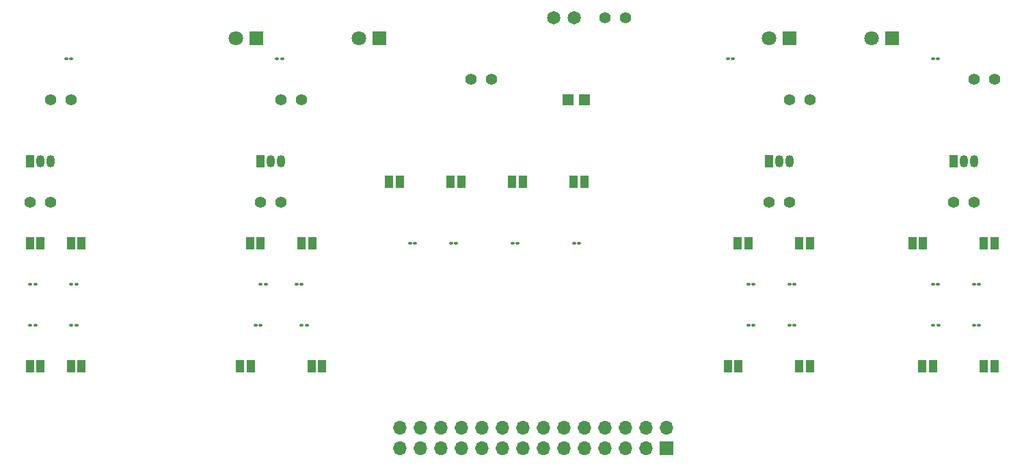
<source format=gbr>
%TF.GenerationSoftware,KiCad,Pcbnew,7.0.10*%
%TF.CreationDate,2024-03-24T23:27:10+02:00*%
%TF.ProjectId,Sensing_Subsystem_Group_8,53656e73-696e-4675-9f53-756273797374,rev?*%
%TF.SameCoordinates,Original*%
%TF.FileFunction,Soldermask,Top*%
%TF.FilePolarity,Negative*%
%FSLAX46Y46*%
G04 Gerber Fmt 4.6, Leading zero omitted, Abs format (unit mm)*
G04 Created by KiCad (PCBNEW 7.0.10) date 2024-03-24 23:27:10*
%MOMM*%
%LPD*%
G01*
G04 APERTURE LIST*
G04 Aperture macros list*
%AMRoundRect*
0 Rectangle with rounded corners*
0 $1 Rounding radius*
0 $2 $3 $4 $5 $6 $7 $8 $9 X,Y pos of 4 corners*
0 Add a 4 corners polygon primitive as box body*
4,1,4,$2,$3,$4,$5,$6,$7,$8,$9,$2,$3,0*
0 Add four circle primitives for the rounded corners*
1,1,$1+$1,$2,$3*
1,1,$1+$1,$4,$5*
1,1,$1+$1,$6,$7*
1,1,$1+$1,$8,$9*
0 Add four rect primitives between the rounded corners*
20,1,$1+$1,$2,$3,$4,$5,0*
20,1,$1+$1,$4,$5,$6,$7,0*
20,1,$1+$1,$6,$7,$8,$9,0*
20,1,$1+$1,$8,$9,$2,$3,0*%
G04 Aperture macros list end*
%ADD10C,1.651003*%
%ADD11R,1.410008X1.350013*%
%ADD12C,1.400000*%
%ADD13RoundRect,0.100000X-0.130000X-0.100000X0.130000X-0.100000X0.130000X0.100000X-0.130000X0.100000X0*%
%ADD14R,1.050000X1.500000*%
%ADD15O,1.050000X1.500000*%
%ADD16R,1.000000X1.500000*%
%ADD17R,1.800000X1.800000*%
%ADD18C,1.800000*%
%ADD19RoundRect,0.100000X0.130000X0.100000X-0.130000X0.100000X-0.130000X-0.100000X0.130000X-0.100000X0*%
%ADD20R,1.700000X1.700000*%
%ADD21O,1.700000X1.700000*%
G04 APERTURE END LIST*
D10*
%TO.C,LED1*%
X151130003Y-78740000D03*
X148589997Y-78740000D03*
%TD*%
D11*
%TO.C,C1*%
X150400000Y-88900000D03*
X152400000Y-88900000D03*
%TD*%
D12*
%TO.C,TP10*%
X154940000Y-78740000D03*
X157480000Y-78740000D03*
%TD*%
%TO.C,TP9*%
X200660000Y-86360000D03*
X203200000Y-86360000D03*
%TD*%
%TO.C,TP8*%
X198120000Y-101600000D03*
X200660000Y-101600000D03*
%TD*%
D13*
%TO.C,R28*%
X195580000Y-83820000D03*
X196220000Y-83820000D03*
%TD*%
%TO.C,R27*%
X200660000Y-111760000D03*
X201300000Y-111760000D03*
%TD*%
%TO.C,R26*%
X195580000Y-111760000D03*
X196220000Y-111760000D03*
%TD*%
%TO.C,R25*%
X200660000Y-116840000D03*
X201300000Y-116840000D03*
%TD*%
%TO.C,R24*%
X195605000Y-116840000D03*
X196245000Y-116840000D03*
%TD*%
D14*
%TO.C,Q5*%
X198120000Y-96520000D03*
D15*
X199390000Y-96520000D03*
X200660000Y-96520000D03*
%TD*%
D16*
%TO.C,JP21*%
X201900000Y-106680000D03*
X203200000Y-106680000D03*
%TD*%
%TO.C,JP20*%
X193040000Y-106680000D03*
X194340000Y-106680000D03*
%TD*%
%TO.C,JP19*%
X201900000Y-121920000D03*
X203200000Y-121920000D03*
%TD*%
%TO.C,JP18*%
X194280000Y-121920000D03*
X195580000Y-121920000D03*
%TD*%
D17*
%TO.C,D2*%
X190500000Y-81280000D03*
D18*
X187960000Y-81280000D03*
%TD*%
D12*
%TO.C,TP7*%
X138400000Y-86360000D03*
X140940000Y-86360000D03*
%TD*%
%TO.C,TP6*%
X177800000Y-88900000D03*
X180340000Y-88900000D03*
%TD*%
%TO.C,TP5*%
X114850000Y-88900000D03*
X117390000Y-88900000D03*
%TD*%
%TO.C,TP4*%
X86300000Y-88900000D03*
X88840000Y-88900000D03*
%TD*%
%TO.C,TP3*%
X175260000Y-101600000D03*
X177800000Y-101600000D03*
%TD*%
%TO.C,TP2*%
X112310000Y-101600000D03*
X114850000Y-101600000D03*
%TD*%
%TO.C,TP1*%
X83760000Y-101600000D03*
X86300000Y-101600000D03*
%TD*%
D13*
%TO.C,R22*%
X151125000Y-106680000D03*
X151765000Y-106680000D03*
%TD*%
%TO.C,R21*%
X143505000Y-106680000D03*
X144145000Y-106680000D03*
%TD*%
%TO.C,R20*%
X130805000Y-106680000D03*
X131445000Y-106680000D03*
%TD*%
%TO.C,R19*%
X135885000Y-106680000D03*
X136525000Y-106680000D03*
%TD*%
%TO.C,R17*%
X170180000Y-83820000D03*
X170820000Y-83820000D03*
%TD*%
%TO.C,R16*%
X177800000Y-111760000D03*
X178440000Y-111760000D03*
%TD*%
%TO.C,R15*%
X172720000Y-111760000D03*
X173360000Y-111760000D03*
%TD*%
%TO.C,R14*%
X177800000Y-116840000D03*
X178440000Y-116840000D03*
%TD*%
%TO.C,R13*%
X172720000Y-116840000D03*
X173360000Y-116840000D03*
%TD*%
%TO.C,R11*%
X114325000Y-83820000D03*
X114965000Y-83820000D03*
%TD*%
%TO.C,R10*%
X116750000Y-111760000D03*
X117390000Y-111760000D03*
%TD*%
%TO.C,R9*%
X112335000Y-111760000D03*
X112975000Y-111760000D03*
%TD*%
%TO.C,R8*%
X117415000Y-116840000D03*
X118055000Y-116840000D03*
%TD*%
%TO.C,R7*%
X111695000Y-116840000D03*
X112335000Y-116840000D03*
%TD*%
D19*
%TO.C,R6*%
X89505000Y-111760000D03*
X88865000Y-111760000D03*
%TD*%
D13*
%TO.C,R5*%
X88865000Y-116840000D03*
X89505000Y-116840000D03*
%TD*%
%TO.C,R4*%
X83785000Y-111760000D03*
X84425000Y-111760000D03*
%TD*%
D19*
%TO.C,R3*%
X84425000Y-116840000D03*
X83785000Y-116840000D03*
%TD*%
D13*
%TO.C,R1*%
X88235000Y-83820000D03*
X88875000Y-83820000D03*
%TD*%
D14*
%TO.C,Q3*%
X175260000Y-96520000D03*
D15*
X176530000Y-96520000D03*
X177800000Y-96520000D03*
%TD*%
D14*
%TO.C,Q2*%
X83760000Y-96520000D03*
D15*
X85030000Y-96520000D03*
X86300000Y-96520000D03*
%TD*%
D14*
%TO.C,Q1*%
X112310000Y-96520000D03*
D15*
X113580000Y-96520000D03*
X114850000Y-96520000D03*
%TD*%
D16*
%TO.C,JP17*%
X135860000Y-99060000D03*
X137160000Y-99060000D03*
%TD*%
%TO.C,JP16*%
X128240000Y-99060000D03*
X129540000Y-99060000D03*
%TD*%
%TO.C,JP14*%
X151100000Y-99060000D03*
X152400000Y-99060000D03*
%TD*%
%TO.C,JP13*%
X143480000Y-99060000D03*
X144780000Y-99060000D03*
%TD*%
%TO.C,JP12*%
X179040000Y-106680000D03*
X180340000Y-106680000D03*
%TD*%
%TO.C,JP11*%
X171420000Y-106680000D03*
X172720000Y-106680000D03*
%TD*%
%TO.C,JP10*%
X179040000Y-121920000D03*
X180340000Y-121920000D03*
%TD*%
%TO.C,JP9*%
X170180000Y-121920000D03*
X171480000Y-121920000D03*
%TD*%
%TO.C,JP8*%
X117415000Y-106680000D03*
X118715000Y-106680000D03*
%TD*%
%TO.C,JP7*%
X111010000Y-106680000D03*
X112310000Y-106680000D03*
%TD*%
%TO.C,JP6*%
X118630000Y-121920000D03*
X119930000Y-121920000D03*
%TD*%
%TO.C,JP5*%
X111070000Y-121920000D03*
X109770000Y-121920000D03*
%TD*%
%TO.C,JP4*%
X88840000Y-106680000D03*
X90140000Y-106680000D03*
%TD*%
%TO.C,JP3*%
X83760000Y-106680000D03*
X85060000Y-106680000D03*
%TD*%
%TO.C,JP2*%
X88840000Y-121920000D03*
X90140000Y-121920000D03*
%TD*%
%TO.C,JP1*%
X83760000Y-121920000D03*
X85060000Y-121920000D03*
%TD*%
D20*
%TO.C,J1*%
X162560000Y-132080000D03*
D21*
X162560000Y-129540000D03*
X160020000Y-132080000D03*
X160020000Y-129540000D03*
X157480000Y-132080000D03*
X157480000Y-129540000D03*
X154940000Y-132080000D03*
X154940000Y-129540000D03*
X152400000Y-132080000D03*
X152400000Y-129540000D03*
X149860000Y-132080000D03*
X149860000Y-129540000D03*
X147320000Y-132080000D03*
X147320000Y-129540000D03*
X144780000Y-132080000D03*
X144780000Y-129540000D03*
X142240000Y-132080000D03*
X142240000Y-129540000D03*
X139700000Y-132080000D03*
X139700000Y-129540000D03*
X137160000Y-132080000D03*
X137160000Y-129540000D03*
X134620000Y-132080000D03*
X134620000Y-129540000D03*
X132080000Y-132080000D03*
X132080000Y-129540000D03*
X129540000Y-132080000D03*
X129540000Y-129540000D03*
%TD*%
D17*
%TO.C,D4*%
X177800000Y-81280000D03*
D18*
X175260000Y-81280000D03*
%TD*%
D17*
%TO.C,D3*%
X127000000Y-81280000D03*
D18*
X124460000Y-81280000D03*
%TD*%
D17*
%TO.C,D1*%
X111760000Y-81280000D03*
D18*
X109220000Y-81280000D03*
%TD*%
M02*

</source>
